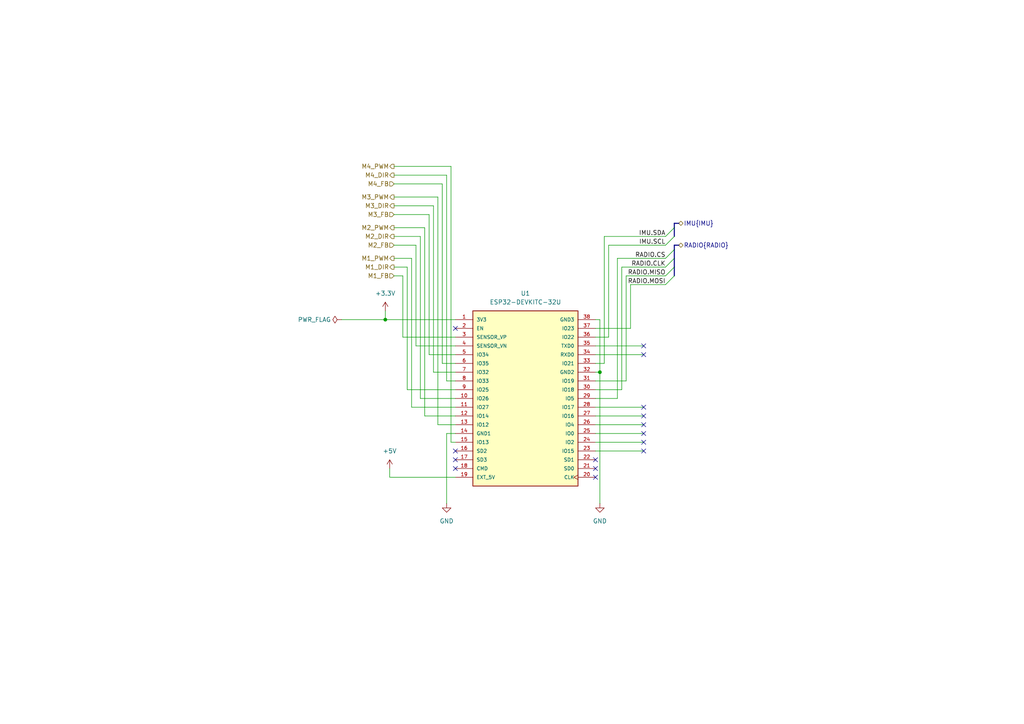
<source format=kicad_sch>
(kicad_sch (version 20250114) (generator "eeschema") (generator_version "9.0")
  (paper "A4")
  (title_block (title "SSL main board") (date "2025-04-28") (rev "V01") (comment 1 "https://creativecommons.org/licenses/by/4.0/") (comment 2 "License: CC BY 4.0 ") (comment 3 "Author: Oxebots Team"))
  (lib_symbols
    (symbol "ESP32-DEVKITC-32U:ESP32-DEVKITC-32U" (pin_names (offset 1.016))
      (property "Reference" "U" (at -15.2572 26.0643 0))
      (property "Value" "ESP32-DEVKITC-32U" (at -15.2563 -27.9698 0))
      (symbol "ESP32-DEVKITC-32U_0_0"
        (rectangle (start -15.24 -25.4) (end 15.24 25.4) (stroke (width 0.254)) (fill (type background)))
        (pin power_in line (at -20.32 22.86 0) (length 5.08) (name "3V3") (number "1"))
        (pin input line (at -20.32 20.32 0) (length 5.08) (name "EN") (number "2"))
        (pin input line (at -20.32 17.78 0) (length 5.08) (name "SENSOR_VP") (number "3"))
        (pin input line (at -20.32 15.24 0) (length 5.08) (name "SENSOR_VN") (number "4"))
        (pin bidirectional line (at -20.32 12.7 0) (length 5.08) (name "IO34") (number "5"))
        (pin bidirectional line (at -20.32 10.16 0) (length 5.08) (name "IO35") (number "6"))
        (pin bidirectional line (at -20.32 7.62 0) (length 5.08) (name "IO32") (number "7"))
        (pin bidirectional line (at -20.32 5.08 0) (length 5.08) (name "IO33") (number "8"))
        (pin bidirectional line (at -20.32 2.54 0) (length 5.08) (name "IO25") (number "9"))
        (pin bidirectional line (at -20.32 0 0) (length 5.08) (name "IO26") (number "10"))
        (pin bidirectional line (at -20.32 -2.54 0) (length 5.08) (name "IO27") (number "11"))
        (pin bidirectional line (at -20.32 -5.08 0) (length 5.08) (name "IO14") (number "12"))
        (pin bidirectional line (at -20.32 -7.62 0) (length 5.08) (name "IO12") (number "13"))
        (pin power_in line (at -20.32 -10.16 0) (length 5.08) (name "GND1") (number "14"))
        (pin bidirectional line (at -20.32 -12.7 0) (length 5.08) (name "IO13") (number "15"))
        (pin bidirectional line (at -20.32 -15.24 0) (length 5.08) (name "SD2") (number "16"))
        (pin bidirectional line (at -20.32 -17.78 0) (length 5.08) (name "SD3") (number "17"))
        (pin bidirectional line (at -20.32 -20.32 0) (length 5.08) (name "CMD") (number "18"))
        (pin power_in line (at -20.32 -22.86 0) (length 5.08) (name "EXT_5V") (number "19"))
        (pin power_in line (at 20.32 22.86 180) (length 5.08) (name "GND3") (number "38"))
        (pin bidirectional line (at 20.32 20.32 180) (length 5.08) (name "IO23") (number "37"))
        (pin bidirectional line (at 20.32 17.78 180) (length 5.08) (name "IO22") (number "36"))
        (pin output line (at 20.32 15.24 180) (length 5.08) (name "TXD0") (number "35"))
        (pin input line (at 20.32 12.7 180) (length 5.08) (name "RXD0") (number "34"))
        (pin bidirectional line (at 20.32 10.16 180) (length 5.08) (name "IO21") (number "33"))
        (pin power_in line (at 20.32 7.62 180) (length 5.08) (name "GND2") (number "32"))
        (pin bidirectional line (at 20.32 5.08 180) (length 5.08) (name "IO19") (number "31"))
        (pin bidirectional line (at 20.32 2.54 180) (length 5.08) (name "IO18") (number "30"))
        (pin bidirectional line (at 20.32 0 180) (length 5.08) (name "IO5") (number "29"))
        (pin bidirectional line (at 20.32 -2.54 180) (length 5.08) (name "IO17") (number "28"))
        (pin bidirectional line (at 20.32 -5.08 180) (length 5.08) (name "IO16") (number "27"))
        (pin bidirectional line (at 20.32 -7.62 180) (length 5.08) (name "IO4") (number "26"))
        (pin bidirectional line (at 20.32 -10.16 180) (length 5.08) (name "IO0") (number "25"))
        (pin bidirectional line (at 20.32 -12.7 180) (length 5.08) (name "IO2") (number "24"))
        (pin bidirectional line (at 20.32 -15.24 180) (length 5.08) (name "IO15") (number "23"))
        (pin bidirectional line (at 20.32 -17.78 180) (length 5.08) (name "SD1") (number "22"))
        (pin bidirectional line (at 20.32 -20.32 180) (length 5.08) (name "SD0") (number "21"))
        (pin input clock (at 20.32 -22.86 180) (length 5.08) (name "CLK") (number "20"))
      )
    )
    (symbol "power:+5V" (power) (pin_numbers (hide yes)) (pin_names (offset 0) (hide yes))
      (property "Value" "+5V" (at 0 3.556 0))
      (symbol "+5V_0_1"
        (polyline (pts (xy -0.762 1.27) (xy 0 2.54)))
        (polyline (pts (xy 0 2.54) (xy 0.762 1.27)))
        (polyline (pts (xy 0 0) (xy 0 2.54)))
      )
      (symbol "+5V_1_1"
        (pin power_in line (at 0 0 90) (length 0) (name "~") (number "1"))
      )
    )
    (symbol "power:GND" (power) (pin_numbers (hide yes)) (pin_names (offset 0) (hide yes))
      (property "Value" "GND" (at 0 -3.81 0))
      (symbol "GND_0_1"
        (polyline (pts (xy 0 0) (xy 0 -1.27) (xy 1.27 -1.27) (xy 0 -2.54) (xy -1.27 -1.27) (xy 0 -1.27)))
      )
      (symbol "GND_1_1"
        (pin power_in line (at 0 0 270) (length 0) (name "~") (number "1"))
      )
    )
    (symbol "power:PWR_FLAG" (power) (pin_numbers (hide yes)) (pin_names (offset 0) (hide yes))
      (property "Value" "PWR_FLAG" (at 0 3.81 0))
      (symbol "PWR_FLAG_0_0"
        (pin power_out line (at 0 0 90) (length 0) (name "~") (number "1"))
      )
      (symbol "PWR_FLAG_0_1"
        (polyline (pts (xy 0 0) (xy 0 1.27) (xy -1.016 1.905) (xy 0 2.54) (xy 1.016 1.905) (xy 0 1.27)))
      )
    )
    (symbol "power:VCC" (power) (pin_numbers (hide yes)) (pin_names (offset 0) (hide yes))
      (property "Value" "VCC" (at 0 3.556 0))
      (symbol "VCC_0_1"
        (polyline (pts (xy -0.762 1.27) (xy 0 2.54)))
        (polyline (pts (xy 0 2.54) (xy 0.762 1.27)))
        (polyline (pts (xy 0 0) (xy 0 2.54)))
      )
      (symbol "VCC_1_1"
        (pin power_in line (at 0 0 90) (length 0) (name "~") (number "1"))
      )
    )
  )
  (junction (at 173.99 107.95))
  (junction (at 111.76 92.71))
  (no_connect (at 172.72 135.89))
  (no_connect (at 186.69 118.11))
  (no_connect (at 186.69 123.19))
  (no_connect (at 132.08 133.35))
  (no_connect (at 172.72 133.35))
  (no_connect (at 186.69 100.33))
  (no_connect (at 132.08 95.25))
  (no_connect (at 186.69 102.87))
  (no_connect (at 186.69 130.81))
  (no_connect (at 186.69 120.65))
  (no_connect (at 186.69 125.73))
  (no_connect (at 186.69 128.27))
  (no_connect (at 132.08 135.89))
  (no_connect (at 132.08 130.81))
  (no_connect (at 172.72 138.43))
  (bus_entry (at 195.58 80.01) (size -2.54 2.54))
  (bus_entry (at 195.58 72.39) (size -2.54 2.54))
  (bus_entry (at 195.58 66.04) (size -2.54 2.54))
  (bus_entry (at 195.58 68.58) (size -2.54 2.54))
  (bus_entry (at 195.58 74.93) (size -2.54 2.54))
  (bus_entry (at 195.58 77.47) (size -2.54 2.54))
  (wire (pts (xy 118.11 113.03) (xy 132.08 113.03)))
  (wire (pts (xy 130.81 128.27) (xy 132.08 128.27)))
  (wire (pts (xy 129.54 110.49) (xy 132.08 110.49)))
  (wire (pts (xy 172.72 100.33) (xy 186.69 100.33)))
  (wire (pts (xy 182.88 82.55) (xy 182.88 95.25)))
  (wire (pts (xy 116.84 97.79) (xy 132.08 97.79)))
  (wire (pts (xy 127 57.15) (xy 114.3 57.15)))
  (bus (pts (xy 195.58 64.77) (xy 195.58 66.04)))
  (wire (pts (xy 124.46 62.23) (xy 124.46 102.87)))
  (wire (pts (xy 175.26 68.58) (xy 175.26 105.41)))
  (wire (pts (xy 172.72 92.71) (xy 173.99 92.71)))
  (wire (pts (xy 179.07 74.93) (xy 179.07 115.57)))
  (wire (pts (xy 172.72 95.25) (xy 182.88 95.25)))
  (wire (pts (xy 172.72 110.49) (xy 181.61 110.49)))
  (wire (pts (xy 123.19 66.04) (xy 114.3 66.04)))
  (wire (pts (xy 193.04 71.12) (xy 176.53 71.12)))
  (wire (pts (xy 111.76 90.17) (xy 111.76 92.71)))
  (wire (pts (xy 172.72 130.81) (xy 186.69 130.81)))
  (wire (pts (xy 99.06 92.71) (xy 111.76 92.71)))
  (wire (pts (xy 180.34 77.47) (xy 180.34 113.03)))
  (wire (pts (xy 172.72 115.57) (xy 179.07 115.57)))
  (wire (pts (xy 172.72 118.11) (xy 186.69 118.11)))
  (wire (pts (xy 172.72 123.19) (xy 186.69 123.19)))
  (wire (pts (xy 176.53 71.12) (xy 176.53 97.79)))
  (wire (pts (xy 181.61 80.01) (xy 181.61 110.49)))
  (bus (pts (xy 195.58 77.47) (xy 195.58 74.93)))
  (wire (pts (xy 125.73 59.69) (xy 125.73 107.95)))
  (wire (pts (xy 119.38 74.93) (xy 114.3 74.93)))
  (wire (pts (xy 118.11 77.47) (xy 118.11 113.03)))
  (bus (pts (xy 195.58 74.93) (xy 195.58 72.39)))
  (wire (pts (xy 121.92 68.58) (xy 114.3 68.58)))
  (wire (pts (xy 127 123.19) (xy 132.08 123.19)))
  (wire (pts (xy 172.72 113.03) (xy 180.34 113.03)))
  (wire (pts (xy 121.92 68.58) (xy 121.92 115.57)))
  (wire (pts (xy 128.27 53.34) (xy 114.3 53.34)))
  (wire (pts (xy 193.04 82.55) (xy 182.88 82.55)))
  (bus (pts (xy 195.58 72.39) (xy 195.58 71.12)))
  (wire (pts (xy 130.81 48.26) (xy 130.81 128.27)))
  (wire (pts (xy 172.72 125.73) (xy 186.69 125.73)))
  (wire (pts (xy 127 57.15) (xy 127 123.19)))
  (wire (pts (xy 193.04 74.93) (xy 179.07 74.93)))
  (wire (pts (xy 116.84 80.01) (xy 116.84 97.79)))
  (wire (pts (xy 124.46 102.87) (xy 132.08 102.87)))
  (bus (pts (xy 195.58 66.04) (xy 195.58 68.58)))
  (wire (pts (xy 172.72 120.65) (xy 186.69 120.65)))
  (wire (pts (xy 128.27 105.41) (xy 132.08 105.41)))
  (wire (pts (xy 128.27 53.34) (xy 128.27 105.41)))
  (wire (pts (xy 130.81 48.26) (xy 114.3 48.26)))
  (wire (pts (xy 172.72 102.87) (xy 186.69 102.87)))
  (wire (pts (xy 129.54 50.8) (xy 114.3 50.8)))
  (wire (pts (xy 193.04 68.58) (xy 175.26 68.58)))
  (wire (pts (xy 121.92 115.57) (xy 132.08 115.57)))
  (wire (pts (xy 123.19 66.04) (xy 123.19 120.65)))
  (wire (pts (xy 129.54 125.73) (xy 129.54 146.05)))
  (wire (pts (xy 125.73 107.95) (xy 132.08 107.95)))
  (wire (pts (xy 111.76 92.71) (xy 132.08 92.71)))
  (wire (pts (xy 129.54 125.73) (xy 132.08 125.73)))
  (wire (pts (xy 125.73 59.69) (xy 114.3 59.69)))
  (wire (pts (xy 113.03 138.43) (xy 113.03 135.89)))
  (wire (pts (xy 172.72 128.27) (xy 186.69 128.27)))
  (wire (pts (xy 172.72 97.79) (xy 176.53 97.79)))
  (wire (pts (xy 120.65 100.33) (xy 132.08 100.33)))
  (bus (pts (xy 196.85 64.77) (xy 195.58 64.77)))
  (wire (pts (xy 120.65 71.12) (xy 114.3 71.12)))
  (wire (pts (xy 113.03 138.43) (xy 132.08 138.43)))
  (wire (pts (xy 193.04 80.01) (xy 181.61 80.01)))
  (wire (pts (xy 124.46 62.23) (xy 114.3 62.23)))
  (wire (pts (xy 120.65 71.12) (xy 120.65 100.33)))
  (wire (pts (xy 173.99 92.71) (xy 173.99 107.95)))
  (wire (pts (xy 119.38 118.11) (xy 132.08 118.11)))
  (wire (pts (xy 129.54 50.8) (xy 129.54 110.49)))
  (wire (pts (xy 172.72 107.95) (xy 173.99 107.95)))
  (wire (pts (xy 116.84 80.01) (xy 114.3 80.01)))
  (wire (pts (xy 173.99 107.95) (xy 173.99 146.05)))
  (bus (pts (xy 196.85 71.12) (xy 195.58 71.12)))
  (wire (pts (xy 193.04 77.47) (xy 180.34 77.47)))
  (wire (pts (xy 119.38 74.93) (xy 119.38 118.11)))
  (wire (pts (xy 123.19 120.65) (xy 132.08 120.65)))
  (wire (pts (xy 172.72 105.41) (xy 175.26 105.41)))
  (bus (pts (xy 195.58 80.01) (xy 195.58 77.47)))
  (wire (pts (xy 118.11 77.47) (xy 114.3 77.47)))
  (label "RADIO.MOSI" (at 193.04 82.55 180))
  (label "RADIO.MISO" (at 193.04 80.01 180))
  (label "RADIO.CLK" (at 193.04 77.47 180))
  (label "IMU.SDA" (at 193.04 68.58 180))
  (label "RADIO.CS" (at 193.04 74.93 180))
  (label "IMU.SCL" (at 193.04 71.12 180))
  (hierarchical_label "M1_DIR" (shape output) (at 114.3 77.47 180))
  (hierarchical_label "M4_PWM" (shape output) (at 114.3 48.26 180))
  (hierarchical_label "M2_DIR" (shape output) (at 114.3 68.58 180))
  (hierarchical_label "M1_FB" (shape input) (at 114.3 80.01 180))
  (hierarchical_label "M4_DIR" (shape output) (at 114.3 50.8 180))
  (hierarchical_label "M2_FB" (shape input) (at 114.3 71.12 180))
  (hierarchical_label "RADIO{RADIO}" (shape bidirectional) (at 196.85 71.12 0))
  (hierarchical_label "M3_DIR" (shape output) (at 114.3 59.69 180))
  (hierarchical_label "M3_FB" (shape input) (at 114.3 62.23 180))
  (hierarchical_label "M1_PWM" (shape output) (at 114.3 74.93 180))
  (hierarchical_label "M2_PWM" (shape output) (at 114.3 66.04 180))
  (hierarchical_label "IMU{IMU}" (shape bidirectional) (at 196.85 64.77 0))
  (hierarchical_label "M3_PWM" (shape output) (at 114.3 57.15 180))
  (hierarchical_label "M4_FB" (shape input) (at 114.3 53.34 180))
  (symbol (lib_id "power:+5V") (at 113.03 135.89 0) (unit 1)
    (property "Reference" "#PWR031" (effects (hide yes)))
    (property "Value" "+5V" (at 113.03 130.81 0))
    (property "Description" "Power symbol creates a global label with name \"+5V\"" (effects (hide yes)))
  )
  (symbol (lib_id "power:GND") (at 129.54 146.05 0) (unit 1)
    (property "Reference" "#PWR033" (effects (hide yes)))
    (property "Value" "GND" (at 129.54 151.13 0))
    (property "Description" "Power symbol creates a global label with name \"GND\" , ground" (effects (hide yes)))
  )
  (symbol (lib_id "power:PWR_FLAG") (at 99.06 92.71 90) (mirror x) (unit 1)
    (property "Reference" "#FLG07" (effects (hide yes)))
    (property "Value" "PWR_FLAG" (at 91.186 92.71 90))
    (property "Description" "Special symbol for telling ERC where power comes from" (effects (hide yes)))
  )
  (symbol (lib_id "power:GND") (at 173.99 146.05 0) (unit 1)
    (property "Reference" "#PWR034" (effects (hide yes)))
    (property "Value" "GND" (at 173.99 151.13 0))
    (property "Description" "Power symbol creates a global label with name \"GND\" , ground" (effects (hide yes)))
  )
  (symbol (lib_id "power:VCC") (at 111.76 90.17 0) (unit 1)
    (property "Reference" "#PWR032" (effects (hide yes)))
    (property "Value" "+3.3V" (at 111.76 85.09 0))
    (property "Description" "Power symbol creates a global label with name \"VCC\"" (effects (hide yes)))
  )
  (symbol (lib_id "ESP32-DEVKITC-32U:ESP32-DEVKITC-32U") (at 152.4 115.57 0) (unit 1)
    (property "Reference" "U1" (at 152.4 85.09 0))
    (property "Value" "ESP32-DEVKITC-32U" (at 152.4 87.63 0))
    (property "Footprint" "Oxebots Footprints:MODULE_ESP32-DEVKITC-32U" (effects (hide yes)))
    (property "MF" "Espressif Systems" (effects (hide yes)))
    (property "MAXIMUM_PACKAGE_HEIGHT" "N/A" (effects (hide yes)))
    (property "Package" "CUSTOM-38 ESPRESSIF" (effects (hide yes)))
    (property "Price" "None" (effects (hide yes)))
    (property "Check_prices" "https://www.snapeda.com/parts/ESP32-DEVKITC-32U/Espressif+Systems/view-part/?ref=eda" (effects (hide yes)))
    (property "STANDARD" "Manufacturer Recommendations" (effects (hide yes)))
    (property "PARTREV" "V4" (effects (hide yes)))
    (property "SnapEDA_Link" "https://www.snapeda.com/parts/ESP32-DEVKITC-32U/Espressif+Systems/view-part/?ref=snap" (effects (hide yes)))
    (property "MP" "ESP32-DEVKITC-32U" (effects (hide yes)))
    (property "Description_1" "ESP32-WROOM-32UE series Transceiver; 802.11 b/g/n (Wi-Fi, WiFi, WLAN), Bluetooth® Smart Ready 4.x Dual Mode Evaluation Board" (effects (hide yes)))
    (property "Availability" "In Stock" (effects (hide yes)))
    (property "MANUFACTURER" "Espressif Systems" (effects (hide yes)))
  )
)
</source>
